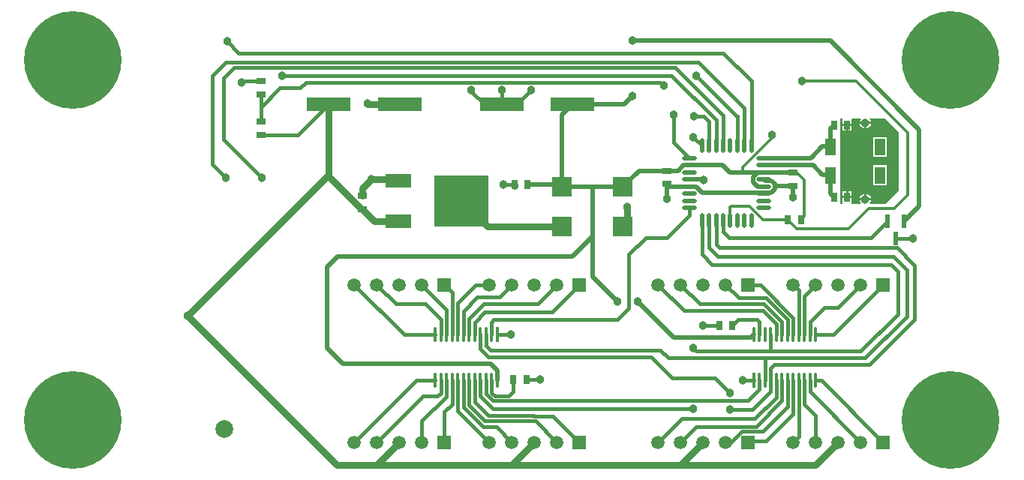
<source format=gtl>
%FSLAX25Y25*%
%MOIN*%
G70*
G01*
G75*
G04 Layer_Physical_Order=1*
G04 Layer_Color=255*
%ADD10R,0.03937X0.02756*%
%ADD11R,0.02756X0.03937*%
%ADD12R,0.09055X0.09055*%
%ADD13O,0.01378X0.07087*%
%ADD14R,0.01378X0.07087*%
%ADD15R,0.05000X0.07500*%
%ADD16R,0.11811X0.06299*%
%ADD17R,0.24410X0.22835*%
%ADD18R,0.02362X0.05906*%
%ADD19O,0.02165X0.06496*%
%ADD20O,0.06496X0.02165*%
%ADD21R,0.19685X0.05906*%
%ADD22C,0.03000*%
%ADD23C,0.01500*%
%ADD24C,0.02000*%
%ADD25C,0.01300*%
%ADD26C,0.07874*%
%ADD27R,0.05906X0.05906*%
%ADD28C,0.05906*%
%ADD29C,0.03800*%
%ADD30C,0.43307*%
G36*
X397000Y158000D02*
Y132000D01*
X391000Y126000D01*
X384201D01*
X383965Y126441D01*
X384355Y127024D01*
X384450Y127500D01*
X379551D01*
X379645Y127024D01*
X380035Y126441D01*
X379799Y126000D01*
X375931D01*
Y126432D01*
X375931D01*
Y128500D01*
X371975D01*
Y126432D01*
X371975D01*
Y126354D01*
X371621Y126000D01*
X371000D01*
Y164000D01*
X371975D01*
Y163568D01*
X371975D01*
Y161500D01*
X375931D01*
Y163568D01*
X375931D01*
Y163646D01*
X376284Y164000D01*
X379799D01*
X380035Y163559D01*
X379645Y162976D01*
X379551Y162500D01*
X384450D01*
X384355Y162976D01*
X383802Y163802D01*
X383862Y164000D01*
X391000D01*
X397000Y158000D01*
D02*
G37*
%LPC*%
G36*
X375931Y131569D02*
X374453D01*
Y129500D01*
X375931D01*
Y131569D01*
D02*
G37*
G36*
X391600Y143100D02*
X385400D01*
Y134400D01*
X391600D01*
Y143100D01*
D02*
G37*
G36*
X373453Y131569D02*
X371975D01*
Y129500D01*
X373453D01*
Y131569D01*
D02*
G37*
G36*
X381500Y130449D02*
X381025Y130355D01*
X380198Y129802D01*
X379645Y128975D01*
X379551Y128500D01*
X381500D01*
Y130449D01*
D02*
G37*
G36*
X382500D02*
Y128500D01*
X384450D01*
X384355Y128975D01*
X383802Y129802D01*
X382976Y130355D01*
X382500Y130449D01*
D02*
G37*
G36*
X381500Y161500D02*
X379551D01*
X379645Y161024D01*
X380198Y160198D01*
X381025Y159645D01*
X381500Y159550D01*
Y161500D01*
D02*
G37*
G36*
X384450D02*
X382500D01*
Y159550D01*
X382976Y159645D01*
X383802Y160198D01*
X384355Y161024D01*
X384450Y161500D01*
D02*
G37*
G36*
X375931Y160500D02*
X374453D01*
Y158431D01*
X375931D01*
Y160500D01*
D02*
G37*
G36*
X391600Y155600D02*
X385400D01*
Y146900D01*
X391600D01*
Y155600D01*
D02*
G37*
G36*
X373453Y160500D02*
X371975D01*
Y158431D01*
X373453D01*
Y160500D01*
D02*
G37*
%LPD*%
D10*
X158583Y123661D02*
D03*
Y129567D02*
D03*
X349984Y134039D02*
D03*
Y139945D02*
D03*
X113500Y162453D02*
D03*
Y156547D02*
D03*
Y174547D02*
D03*
Y180453D02*
D03*
X293685Y134827D02*
D03*
Y140732D02*
D03*
D11*
X353453Y119000D02*
D03*
X347547D02*
D03*
X368047Y129000D02*
D03*
X373953D02*
D03*
X368047Y161000D02*
D03*
X373953D02*
D03*
X317047Y72000D02*
D03*
X322953D02*
D03*
X232008Y134488D02*
D03*
X226102D02*
D03*
X231453Y48000D02*
D03*
X225547D02*
D03*
D12*
X247165Y133504D02*
D03*
Y115787D02*
D03*
X274331Y133504D02*
D03*
Y115787D02*
D03*
D13*
X360000Y67972D02*
D03*
X357500D02*
D03*
X355000D02*
D03*
X352500D02*
D03*
X350000D02*
D03*
X347500D02*
D03*
X345000D02*
D03*
X342500D02*
D03*
X340000D02*
D03*
X337500D02*
D03*
X335000D02*
D03*
X332500D02*
D03*
X360000Y47500D02*
D03*
X357500D02*
D03*
X355000D02*
D03*
X352500D02*
D03*
X350000D02*
D03*
X347500D02*
D03*
X345000D02*
D03*
X342500D02*
D03*
X340000D02*
D03*
X337500D02*
D03*
X335000D02*
D03*
X190925Y47480D02*
D03*
X193425D02*
D03*
X195925D02*
D03*
X198425D02*
D03*
X200925D02*
D03*
X203425D02*
D03*
X205925D02*
D03*
X208425D02*
D03*
X210925D02*
D03*
X213425D02*
D03*
X215925D02*
D03*
X218425D02*
D03*
X190925Y67953D02*
D03*
X193425D02*
D03*
X195925D02*
D03*
X198425D02*
D03*
X200925D02*
D03*
X203425D02*
D03*
X205925D02*
D03*
X208425D02*
D03*
X210925D02*
D03*
X213425D02*
D03*
X215925D02*
D03*
D14*
X332500Y47500D02*
D03*
X218425Y67953D02*
D03*
D15*
X366500Y138750D02*
D03*
X388500D02*
D03*
Y151250D02*
D03*
X366500D02*
D03*
D16*
X174409Y136398D02*
D03*
Y118405D02*
D03*
D17*
X202677Y127402D02*
D03*
D18*
X399240Y118240D02*
D03*
X391760D02*
D03*
X395500Y110760D02*
D03*
D19*
X331437Y118713D02*
D03*
X328287D02*
D03*
X325138D02*
D03*
X321988D02*
D03*
X318839D02*
D03*
X315689D02*
D03*
X312539D02*
D03*
X309390D02*
D03*
Y151784D02*
D03*
X312539D02*
D03*
X315689D02*
D03*
X318839D02*
D03*
X321988D02*
D03*
X325138D02*
D03*
X328287D02*
D03*
X331437D02*
D03*
D20*
X303878Y124224D02*
D03*
Y127374D02*
D03*
Y130524D02*
D03*
Y133673D02*
D03*
Y136823D02*
D03*
Y139972D02*
D03*
Y143122D02*
D03*
Y146272D02*
D03*
X336949D02*
D03*
Y143122D02*
D03*
Y139972D02*
D03*
Y136823D02*
D03*
Y133673D02*
D03*
Y130524D02*
D03*
Y127374D02*
D03*
Y124224D02*
D03*
D21*
X220394Y170315D02*
D03*
X251890D02*
D03*
X175118Y170315D02*
D03*
X143622D02*
D03*
D22*
X165000Y10000D02*
X175000Y20000D01*
X147244Y10000D02*
X165000D01*
X225000D01*
X300000D01*
X225000D02*
X235000Y20000D01*
X300000Y10000D02*
X360000D01*
X300000D02*
X310000Y20000D01*
X360000Y10000D02*
X370000Y20000D01*
X81000Y76244D02*
X147244Y10000D01*
X143622Y138211D02*
Y170315D01*
X81000Y76244D02*
X142967Y138211D01*
X113500Y174547D02*
X113911D01*
X158583Y132913D02*
X162520Y136850D01*
X214291Y115787D02*
X247165D01*
X226102Y134077D02*
Y134488D01*
X276299Y117756D02*
Y124646D01*
X274331Y115787D02*
X276299Y117756D01*
X202677Y127402D02*
X214291Y115787D01*
X161339Y170315D02*
X175118D01*
X143622Y138211D02*
X158172Y123661D01*
X158583D01*
X163839Y118405D01*
X174409D01*
X158583Y129567D02*
Y132913D01*
X162520Y136850D02*
X173957D01*
X174409Y136398D02*
X175118Y137106D01*
D23*
X155000Y20000D02*
X182480Y47480D01*
X165000Y20000D02*
X185500Y40500D01*
X216500Y35000D02*
X305500D01*
X216530Y38500D02*
X330000D01*
X315250Y48750D02*
X322000Y42000D01*
Y34500D02*
X332000D01*
X98355Y198205D02*
X103560Y193000D01*
X319000D01*
X98000Y189000D02*
X308000D01*
X101500Y186500D02*
X297500D01*
X123000Y183000D02*
X296000D01*
X133500Y180000D02*
X291000D01*
X92000Y143536D02*
X97961Y137575D01*
X92000Y143536D02*
Y183000D01*
X98000Y189000D01*
X97000Y154500D02*
X114000Y137500D01*
X97000Y154500D02*
Y182000D01*
X101500Y186500D01*
X105000Y180000D02*
X105453Y180453D01*
X113500D01*
Y169000D02*
X122000Y177500D01*
X131000D01*
X133500Y180000D01*
X305500Y155500D02*
X305673D01*
X309390Y151784D01*
X291000Y180000D02*
X292500Y178500D01*
X227315Y170315D02*
X233500Y176500D01*
X220394Y170315D02*
X227315D01*
X220394D02*
Y176106D01*
X207000Y176000D02*
X212685Y170315D01*
X220394D01*
X296000Y183000D02*
X315689Y163311D01*
X395500Y110760D02*
X403260D01*
X221012Y134488D02*
X226102D01*
X231453Y48000D02*
X237500D01*
X218425Y67953D02*
X224453D01*
X310000Y72000D02*
X317047D01*
X327500Y47500D02*
X332500D01*
X318839Y113661D02*
X321500Y111000D01*
X384520D01*
X391760Y118240D01*
X318839Y113661D02*
Y118713D01*
X155000Y90000D02*
X177047Y67953D01*
X190925D01*
X165000Y90000D02*
X173500Y81500D01*
X186500D01*
X193425Y74575D01*
Y67953D02*
Y74575D01*
X185000Y90000D02*
X195925Y79075D01*
Y67953D02*
Y79075D01*
X195000Y90000D02*
X198425Y86575D01*
Y67953D02*
Y86575D01*
X209000Y90000D02*
X215000D01*
X200925Y81925D02*
X209000Y90000D01*
X200925Y67953D02*
Y81925D01*
X219500Y84500D02*
X225000Y90000D01*
X209500Y84500D02*
X219500D01*
X203425Y78425D02*
X209500Y84500D01*
X205925Y74925D02*
X212500Y81500D01*
X236500D01*
X245000Y90000D01*
X203425Y67953D02*
Y78425D01*
X205925Y67953D02*
Y74925D01*
X243000Y78000D02*
X255000Y90000D01*
X213000Y78000D02*
X243000D01*
X208425Y73425D02*
X213000Y78000D01*
X208425Y67953D02*
Y73425D01*
X215925Y67953D02*
Y73425D01*
X217000Y74500D01*
X272000D01*
X210925Y61575D02*
Y67953D01*
Y61575D02*
X214500Y58000D01*
X287000D01*
X296250Y48750D01*
X213425Y63075D02*
X215500Y61000D01*
X291000D01*
X294400Y57600D01*
X213425Y63075D02*
Y67953D01*
X305500Y62000D02*
X307000Y60500D01*
X340000D01*
Y67972D01*
Y60500D02*
X380000D01*
X396500Y77000D01*
X294400Y57600D02*
X337400D01*
X296250Y48750D02*
X315250D01*
X337400Y57600D02*
X337500Y57500D01*
X272000Y74500D02*
X277000Y79500D01*
Y103500D01*
X284500Y111000D01*
X332000Y34500D02*
X340000Y42500D01*
Y47500D01*
X330000Y38500D02*
X335000Y43500D01*
Y47500D01*
X342500Y40000D02*
Y47500D01*
X333000Y30500D02*
X342500Y40000D01*
X214500Y32000D02*
X234500D01*
X208425Y38075D02*
X214500Y32000D01*
X234500D02*
X234750Y31750D01*
X243250D01*
X213000Y29500D02*
X235500D01*
X245000Y20000D01*
X205925Y36575D02*
X213000Y29500D01*
X243250Y31750D02*
X255000Y20000D01*
X384000Y54500D02*
X404000Y74500D01*
Y98500D01*
X396043Y106457D02*
X404000Y98500D01*
X341500Y54500D02*
X384000D01*
X337500Y57500D02*
X382000D01*
X400500Y76000D01*
Y96500D01*
X340000Y47500D02*
Y53000D01*
X341500Y54500D01*
X337500Y47500D02*
Y57500D01*
X317043Y106457D02*
X396043D01*
X315689Y107811D02*
X317043Y106457D01*
X315689Y107811D02*
Y118713D01*
X394500Y102500D02*
X400500Y96500D01*
X314000Y99000D02*
X393500D01*
X396500Y96000D01*
Y77000D02*
Y96000D01*
X309390Y103610D02*
X314000Y99000D01*
X316500Y102500D02*
X394500D01*
X312539Y106461D02*
X316500Y102500D01*
X312539Y106461D02*
Y118713D01*
X309390Y103610D02*
Y118713D01*
X208425Y38075D02*
Y47480D01*
X205925Y36575D02*
Y47480D01*
X203425Y35575D02*
Y47480D01*
Y35575D02*
X212100Y26900D01*
X218100D01*
X225000Y20000D01*
X200925Y34075D02*
X215000Y20000D01*
X200925Y34075D02*
Y47480D01*
X195000Y20000D02*
Y33500D01*
X198425Y36925D01*
Y47480D01*
X185000Y29500D02*
X195925Y40425D01*
Y47480D01*
X185000Y20000D02*
Y29500D01*
X192000Y40500D02*
X193425Y41925D01*
Y47480D01*
X185500Y40500D02*
X192000D01*
X182480Y47480D02*
X190925D01*
X325800Y84200D02*
X337800D01*
X347500Y74500D01*
Y67972D02*
Y74500D01*
X300000Y90000D02*
X308500Y81500D01*
X337000D01*
X345000Y73500D01*
Y67972D02*
Y73500D01*
X290000Y90000D02*
X301500Y78500D01*
X336500D01*
X342500Y72500D01*
Y67972D02*
Y72500D01*
X320000Y90000D02*
X325800Y84200D01*
X322953Y72000D02*
X325453Y74500D01*
X334000D01*
X335000Y73500D01*
X330000Y90000D02*
X335409D01*
X350000Y67972D02*
Y75410D01*
X335409Y90000D02*
X350000Y75410D01*
X352500Y67972D02*
Y87500D01*
X350000Y90000D02*
X352500Y87500D01*
X357500Y67972D02*
Y73500D01*
X364000Y80000D01*
X370000D01*
X380000Y90000D01*
X355000Y85000D02*
X360000Y90000D01*
X355000Y67972D02*
Y85000D01*
X367972Y67972D02*
X390000Y90000D01*
X360000Y67972D02*
X367972D01*
X290000Y20000D02*
X300500Y30500D01*
X333000D01*
X300000Y20000D02*
X307000Y27000D01*
X333500D01*
X322185Y20000D02*
X327085Y24900D01*
X336400D01*
X333500Y27000D02*
X345000Y38500D01*
X336400Y24900D02*
X347500Y36000D01*
X345000Y38500D02*
Y47500D01*
X347500Y36000D02*
Y47500D01*
X330000Y20500D02*
X338000D01*
X350000Y32500D01*
Y47500D01*
Y20000D02*
X352500Y22500D01*
Y47500D01*
X360000Y20000D02*
Y32000D01*
X355000Y37000D02*
X360000Y32000D01*
X355000Y37000D02*
Y47500D01*
X357500Y42500D02*
X380000Y20000D01*
X357500Y42500D02*
Y47500D01*
X362500D02*
X390000Y20000D01*
X360000Y47500D02*
X362500D01*
X335000Y67972D02*
Y73500D01*
X319000Y193000D02*
X331437Y180563D01*
X308000Y189000D02*
X328287Y168713D01*
X297500Y186500D02*
X318839Y165161D01*
X328287Y151784D02*
Y168713D01*
X325138Y151784D02*
Y165000D01*
X307000Y183000D02*
X325000Y165000D01*
X318839Y151784D02*
Y165161D01*
X315689Y151784D02*
Y163311D01*
X312539Y151784D02*
Y162500D01*
X310039Y165000D02*
X312539Y162500D01*
X306000Y165000D02*
X310039D01*
X331437Y151784D02*
Y180563D01*
X113500Y162453D02*
Y169000D01*
Y174547D01*
X129854Y156547D02*
X143622Y170315D01*
X113500Y156547D02*
X129854D01*
X284500Y111000D02*
X294000D01*
X303878Y120878D01*
Y124224D01*
X297000Y153150D02*
Y165500D01*
Y153150D02*
X303878Y146272D01*
X215925Y42075D02*
X217400Y40600D01*
X223600D01*
X225547Y42547D01*
X213425Y41605D02*
X216530Y38500D01*
X210925Y40575D02*
X216000Y35500D01*
X225547Y42547D02*
Y48000D01*
X213425Y41605D02*
Y47480D01*
X215925Y42075D02*
Y47480D01*
X210925Y40575D02*
Y47480D01*
D24*
X278500Y198500D02*
X366500D01*
X309370Y130991D02*
X340225D01*
X366500Y151250D02*
Y159453D01*
X368047Y161000D01*
X363000Y138998D02*
X366913D01*
X366500Y130547D02*
X368047Y129000D01*
X366500Y130547D02*
Y138750D01*
X293685Y128315D02*
Y134827D01*
X349984Y129016D02*
Y134039D01*
X399240Y118240D02*
X406000Y125000D01*
Y159000D01*
X143000Y98000D02*
X147500Y102500D01*
X143000Y62000D02*
Y98000D01*
Y62000D02*
X150000Y55000D01*
X215500D01*
X218425Y52075D01*
Y47480D02*
Y52075D01*
X261000Y93500D02*
X272000Y82500D01*
X261000Y93500D02*
Y111500D01*
X281000Y82500D02*
X297000Y66500D01*
X331028D01*
X332500Y67972D01*
X366500Y198500D02*
X406000Y159000D01*
X274815Y170315D02*
X278500Y174000D01*
X251890Y170315D02*
X274815D01*
X274331Y133504D02*
X281559Y140732D01*
X293685D01*
X321807Y139972D02*
X327500D01*
X334139D01*
X251890Y170315D02*
X253465Y171890D01*
X252000Y102500D02*
X261000Y111500D01*
Y133504D01*
X147500Y102500D02*
X252000D01*
X358876Y143122D02*
X363000Y138998D01*
X336949Y143122D02*
X358876D01*
X336949Y146272D02*
X357774D01*
X363000Y151498D01*
X366913D01*
X247165Y133504D02*
X261000D01*
X274331D01*
X342542Y134039D02*
X349984D01*
X336976Y139945D02*
X349984D01*
X341797Y132562D02*
Y134784D01*
X247165Y165591D02*
X251890Y170315D01*
X332101Y135712D02*
Y137934D01*
X334139Y139972D01*
X301068Y143122D02*
X303878D01*
X247165Y133504D02*
Y165591D01*
X232008Y134488D02*
X246181D01*
X340225Y136356D02*
X341797Y134784D01*
X340225Y130991D02*
X341797Y132562D01*
X336949Y136823D02*
X337416Y136356D01*
X340225D01*
X334139Y133673D02*
X336949D01*
X332101Y135712D02*
X334139Y133673D01*
X306688D02*
X309370Y130991D01*
X293685Y140732D02*
X298679D01*
X301068Y143122D01*
X303878Y133673D02*
X306688D01*
X294839D02*
X303878D01*
X293685Y134827D02*
X294839Y133673D01*
X318488Y143291D02*
X321807Y139972D01*
X304981Y143291D02*
X318488D01*
X303878Y136823D02*
X309996D01*
D25*
X378000Y180500D02*
X401000Y157500D01*
Y130000D02*
Y157500D01*
X354000Y180500D02*
X378000D01*
X383500Y124000D02*
X395000D01*
X401000Y130000D01*
X374500Y115000D02*
X383500Y124000D01*
X347547Y119000D02*
X351547Y115000D01*
X374500D01*
X349984Y139945D02*
X351555D01*
X355000Y136500D01*
Y120547D02*
Y136500D01*
X353453Y119000D02*
X355000Y120547D01*
X321988Y124488D02*
X322500Y125000D01*
X330614D01*
X336614Y119000D01*
X321988Y118713D02*
Y124488D01*
X336614Y119000D02*
X347547D01*
X327500Y142382D02*
X340500Y155382D01*
X327500Y139972D02*
Y142382D01*
D26*
X97339Y25850D02*
D03*
D27*
X390000Y20000D02*
D03*
X330000D02*
D03*
X255000D02*
D03*
X195000D02*
D03*
X390000Y90000D02*
D03*
X330000D02*
D03*
X255000D02*
D03*
X195000D02*
D03*
D28*
X380000Y20000D02*
D03*
X370000D02*
D03*
X360000D02*
D03*
X350000D02*
D03*
X320000D02*
D03*
X310000D02*
D03*
X300000D02*
D03*
X290000D02*
D03*
X245000D02*
D03*
X235000D02*
D03*
X225000D02*
D03*
X215000D02*
D03*
X185000D02*
D03*
X175000D02*
D03*
X165000D02*
D03*
X155000D02*
D03*
X380000Y90000D02*
D03*
X370000D02*
D03*
X360000D02*
D03*
X350000D02*
D03*
X320000D02*
D03*
X310000D02*
D03*
X300000D02*
D03*
X290000D02*
D03*
X245000D02*
D03*
X235000D02*
D03*
X225000D02*
D03*
X215000D02*
D03*
X185000D02*
D03*
X175000D02*
D03*
X165000D02*
D03*
X155000D02*
D03*
D29*
X322000Y34500D02*
D03*
Y42000D02*
D03*
X305500Y35000D02*
D03*
X123000Y183000D02*
D03*
X105000Y180000D02*
D03*
X233500Y176500D02*
D03*
X220394D02*
D03*
X207000D02*
D03*
X382000Y162000D02*
D03*
Y128000D02*
D03*
X403260Y110760D02*
D03*
X293685Y128315D02*
D03*
X349984Y129016D02*
D03*
X221012Y134488D02*
D03*
X237500Y48000D02*
D03*
X224453Y67953D02*
D03*
X310000Y72000D02*
D03*
X327500Y47500D02*
D03*
X272000Y82500D02*
D03*
X281000D02*
D03*
X305500Y62000D02*
D03*
X354000Y180500D02*
D03*
X278500Y198500D02*
D03*
Y174000D02*
D03*
X307000Y183000D02*
D03*
X292500Y178500D02*
D03*
X297000Y165500D02*
D03*
X306000Y165000D02*
D03*
X305500Y155500D02*
D03*
X97961Y137575D02*
D03*
X98355Y198205D02*
D03*
X114000Y137500D02*
D03*
X340500Y156500D02*
D03*
X81000Y76244D02*
D03*
X160945Y170709D02*
D03*
X162520Y136850D02*
D03*
X276299Y124646D02*
D03*
X310221Y136598D02*
D03*
D30*
X30000Y190000D02*
D03*
Y30000D02*
D03*
X420000D02*
D03*
Y190000D02*
D03*
M02*

</source>
